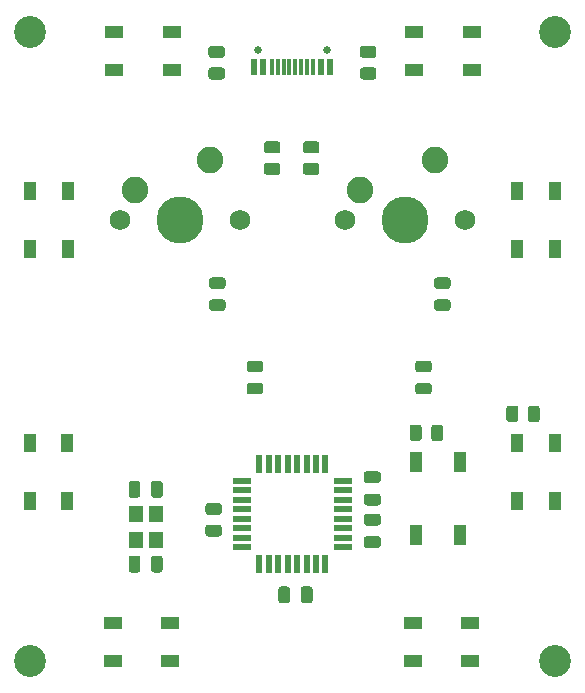
<source format=gbs>
G04 #@! TF.GenerationSoftware,KiCad,Pcbnew,(5.1.10)-1*
G04 #@! TF.CreationDate,2021-06-04T13:57:15+02:00*
G04 #@! TF.ProjectId,Keyboard,4b657962-6f61-4726-942e-6b696361645f,rev?*
G04 #@! TF.SameCoordinates,Original*
G04 #@! TF.FileFunction,Soldermask,Bot*
G04 #@! TF.FilePolarity,Negative*
%FSLAX46Y46*%
G04 Gerber Fmt 4.6, Leading zero omitted, Abs format (unit mm)*
G04 Created by KiCad (PCBNEW (5.1.10)-1) date 2021-06-04 13:57:15*
%MOMM*%
%LPD*%
G01*
G04 APERTURE LIST*
%ADD10R,0.550000X1.600000*%
%ADD11R,1.600000X0.550000*%
%ADD12C,2.250000*%
%ADD13C,3.987800*%
%ADD14C,1.750000*%
%ADD15R,1.200000X1.400000*%
%ADD16R,0.600000X1.450000*%
%ADD17R,0.300000X1.450000*%
%ADD18C,0.650000*%
%ADD19R,1.100000X1.800000*%
%ADD20C,2.700000*%
%ADD21R,1.000000X1.500000*%
%ADD22R,1.500000X1.000000*%
G04 APERTURE END LIST*
D10*
X93287500Y-86292000D03*
X92487500Y-86292000D03*
X91687500Y-86292000D03*
X90887500Y-86292000D03*
X90087500Y-86292000D03*
X89287500Y-86292000D03*
X88487500Y-86292000D03*
X87687500Y-86292000D03*
D11*
X86237500Y-84842000D03*
X86237500Y-84042000D03*
X86237500Y-83242000D03*
X86237500Y-82442000D03*
X86237500Y-81642000D03*
X86237500Y-80842000D03*
X86237500Y-80042000D03*
X86237500Y-79242000D03*
D10*
X87687500Y-77792000D03*
X88487500Y-77792000D03*
X89287500Y-77792000D03*
X90087500Y-77792000D03*
X90887500Y-77792000D03*
X91687500Y-77792000D03*
X92487500Y-77792000D03*
X93287500Y-77792000D03*
D11*
X94737500Y-79242000D03*
X94737500Y-80042000D03*
X94737500Y-80842000D03*
X94737500Y-81642000D03*
X94737500Y-82442000D03*
X94737500Y-83242000D03*
X94737500Y-84042000D03*
X94737500Y-84842000D03*
D12*
X83502500Y-52070000D03*
D13*
X80962500Y-57150000D03*
D12*
X77152500Y-54610000D03*
D14*
X75882500Y-57150000D03*
X86042500Y-57150000D03*
D15*
X78916000Y-84232750D03*
X78916000Y-82032750D03*
X77216000Y-82032750D03*
X77216000Y-84232750D03*
D16*
X93712500Y-44207500D03*
X87262500Y-44207500D03*
X92937500Y-44207500D03*
X88037500Y-44207500D03*
D17*
X88737500Y-44207500D03*
X92237500Y-44207500D03*
X89237500Y-44207500D03*
X91737500Y-44207500D03*
X89737500Y-44207500D03*
X91237500Y-44207500D03*
X90737500Y-44207500D03*
X90237500Y-44207500D03*
D18*
X93377500Y-42762500D03*
X87597500Y-42762500D03*
G36*
G01*
X97731600Y-83029600D02*
X96781600Y-83029600D01*
G75*
G02*
X96531600Y-82779600I0J250000D01*
G01*
X96531600Y-82279600D01*
G75*
G02*
X96781600Y-82029600I250000J0D01*
G01*
X97731600Y-82029600D01*
G75*
G02*
X97981600Y-82279600I0J-250000D01*
G01*
X97981600Y-82779600D01*
G75*
G02*
X97731600Y-83029600I-250000J0D01*
G01*
G37*
G36*
G01*
X97731600Y-84929600D02*
X96781600Y-84929600D01*
G75*
G02*
X96531600Y-84679600I0J250000D01*
G01*
X96531600Y-84179600D01*
G75*
G02*
X96781600Y-83929600I250000J0D01*
G01*
X97731600Y-83929600D01*
G75*
G02*
X97981600Y-84179600I0J-250000D01*
G01*
X97981600Y-84679600D01*
G75*
G02*
X97731600Y-84929600I-250000J0D01*
G01*
G37*
D19*
X100948000Y-83820000D03*
X104648000Y-77620000D03*
X104648000Y-83820000D03*
X100948000Y-77620000D03*
D12*
X102552500Y-52070000D03*
D13*
X100012500Y-57150000D03*
D12*
X96202500Y-54610000D03*
D14*
X94932500Y-57150000D03*
X105092500Y-57150000D03*
D20*
X112712500Y-94456250D03*
X112712500Y-41275000D03*
X68262500Y-94456250D03*
X68262500Y-41275000D03*
G36*
G01*
X102056250Y-70050000D02*
X101143750Y-70050000D01*
G75*
G02*
X100900000Y-69806250I0J243750D01*
G01*
X100900000Y-69318750D01*
G75*
G02*
X101143750Y-69075000I243750J0D01*
G01*
X102056250Y-69075000D01*
G75*
G02*
X102300000Y-69318750I0J-243750D01*
G01*
X102300000Y-69806250D01*
G75*
G02*
X102056250Y-70050000I-243750J0D01*
G01*
G37*
G36*
G01*
X102056250Y-71925000D02*
X101143750Y-71925000D01*
G75*
G02*
X100900000Y-71681250I0J243750D01*
G01*
X100900000Y-71193750D01*
G75*
G02*
X101143750Y-70950000I243750J0D01*
G01*
X102056250Y-70950000D01*
G75*
G02*
X102300000Y-71193750I0J-243750D01*
G01*
X102300000Y-71681250D01*
G75*
G02*
X102056250Y-71925000I-243750J0D01*
G01*
G37*
G36*
G01*
X103643750Y-62987500D02*
X102731250Y-62987500D01*
G75*
G02*
X102487500Y-62743750I0J243750D01*
G01*
X102487500Y-62256250D01*
G75*
G02*
X102731250Y-62012500I243750J0D01*
G01*
X103643750Y-62012500D01*
G75*
G02*
X103887500Y-62256250I0J-243750D01*
G01*
X103887500Y-62743750D01*
G75*
G02*
X103643750Y-62987500I-243750J0D01*
G01*
G37*
G36*
G01*
X103643750Y-64862500D02*
X102731250Y-64862500D01*
G75*
G02*
X102487500Y-64618750I0J243750D01*
G01*
X102487500Y-64131250D01*
G75*
G02*
X102731250Y-63887500I243750J0D01*
G01*
X103643750Y-63887500D01*
G75*
G02*
X103887500Y-64131250I0J-243750D01*
G01*
X103887500Y-64618750D01*
G75*
G02*
X103643750Y-64862500I-243750J0D01*
G01*
G37*
G36*
G01*
X87768750Y-70050000D02*
X86856250Y-70050000D01*
G75*
G02*
X86612500Y-69806250I0J243750D01*
G01*
X86612500Y-69318750D01*
G75*
G02*
X86856250Y-69075000I243750J0D01*
G01*
X87768750Y-69075000D01*
G75*
G02*
X88012500Y-69318750I0J-243750D01*
G01*
X88012500Y-69806250D01*
G75*
G02*
X87768750Y-70050000I-243750J0D01*
G01*
G37*
G36*
G01*
X87768750Y-71925000D02*
X86856250Y-71925000D01*
G75*
G02*
X86612500Y-71681250I0J243750D01*
G01*
X86612500Y-71193750D01*
G75*
G02*
X86856250Y-70950000I243750J0D01*
G01*
X87768750Y-70950000D01*
G75*
G02*
X88012500Y-71193750I0J-243750D01*
G01*
X88012500Y-71681250D01*
G75*
G02*
X87768750Y-71925000I-243750J0D01*
G01*
G37*
G36*
G01*
X84593750Y-62987500D02*
X83681250Y-62987500D01*
G75*
G02*
X83437500Y-62743750I0J243750D01*
G01*
X83437500Y-62256250D01*
G75*
G02*
X83681250Y-62012500I243750J0D01*
G01*
X84593750Y-62012500D01*
G75*
G02*
X84837500Y-62256250I0J-243750D01*
G01*
X84837500Y-62743750D01*
G75*
G02*
X84593750Y-62987500I-243750J0D01*
G01*
G37*
G36*
G01*
X84593750Y-64862500D02*
X83681250Y-64862500D01*
G75*
G02*
X83437500Y-64618750I0J243750D01*
G01*
X83437500Y-64131250D01*
G75*
G02*
X83681250Y-63887500I243750J0D01*
G01*
X84593750Y-63887500D01*
G75*
G02*
X84837500Y-64131250I0J-243750D01*
G01*
X84837500Y-64618750D01*
G75*
G02*
X84593750Y-64862500I-243750J0D01*
G01*
G37*
G36*
G01*
X108597000Y-74021102D02*
X108597000Y-73121098D01*
G75*
G02*
X108846998Y-72871100I249998J0D01*
G01*
X109372002Y-72871100D01*
G75*
G02*
X109622000Y-73121098I0J-249998D01*
G01*
X109622000Y-74021102D01*
G75*
G02*
X109372002Y-74271100I-249998J0D01*
G01*
X108846998Y-74271100D01*
G75*
G02*
X108597000Y-74021102I0J249998D01*
G01*
G37*
G36*
G01*
X110422000Y-74021102D02*
X110422000Y-73121098D01*
G75*
G02*
X110671998Y-72871100I249998J0D01*
G01*
X111197002Y-72871100D01*
G75*
G02*
X111447000Y-73121098I0J-249998D01*
G01*
X111447000Y-74021102D01*
G75*
G02*
X111197002Y-74271100I-249998J0D01*
G01*
X110671998Y-74271100D01*
G75*
G02*
X110422000Y-74021102I0J249998D01*
G01*
G37*
D21*
X112725000Y-59600000D03*
X109525000Y-59600000D03*
X112725000Y-54700000D03*
X109525000Y-54700000D03*
D22*
X105706250Y-41275000D03*
X105706250Y-44475000D03*
X100806250Y-41275000D03*
X100806250Y-44475000D03*
X80306250Y-41275000D03*
X80306250Y-44475000D03*
X75406250Y-41275000D03*
X75406250Y-44475000D03*
D21*
X68250000Y-54700000D03*
X71450000Y-54700000D03*
X68250000Y-59600000D03*
X71450000Y-59600000D03*
X68237500Y-76062500D03*
X71437500Y-76062500D03*
X68237500Y-80962500D03*
X71437500Y-80962500D03*
D22*
X75268750Y-94456250D03*
X75268750Y-91256250D03*
X80168750Y-94456250D03*
X80168750Y-91256250D03*
X100668750Y-94456250D03*
X100668750Y-91256250D03*
X105568750Y-94456250D03*
X105568750Y-91256250D03*
D21*
X112712500Y-80962500D03*
X109512500Y-80962500D03*
X112712500Y-76062500D03*
X109512500Y-76062500D03*
G36*
G01*
X92525002Y-51519500D02*
X91624998Y-51519500D01*
G75*
G02*
X91375000Y-51269502I0J249998D01*
G01*
X91375000Y-50744498D01*
G75*
G02*
X91624998Y-50494500I249998J0D01*
G01*
X92525002Y-50494500D01*
G75*
G02*
X92775000Y-50744498I0J-249998D01*
G01*
X92775000Y-51269502D01*
G75*
G02*
X92525002Y-51519500I-249998J0D01*
G01*
G37*
G36*
G01*
X92525002Y-53344500D02*
X91624998Y-53344500D01*
G75*
G02*
X91375000Y-53094502I0J249998D01*
G01*
X91375000Y-52569498D01*
G75*
G02*
X91624998Y-52319500I249998J0D01*
G01*
X92525002Y-52319500D01*
G75*
G02*
X92775000Y-52569498I0J-249998D01*
G01*
X92775000Y-53094502D01*
G75*
G02*
X92525002Y-53344500I-249998J0D01*
G01*
G37*
G36*
G01*
X89223002Y-51519500D02*
X88322998Y-51519500D01*
G75*
G02*
X88073000Y-51269502I0J249998D01*
G01*
X88073000Y-50744498D01*
G75*
G02*
X88322998Y-50494500I249998J0D01*
G01*
X89223002Y-50494500D01*
G75*
G02*
X89473000Y-50744498I0J-249998D01*
G01*
X89473000Y-51269502D01*
G75*
G02*
X89223002Y-51519500I-249998J0D01*
G01*
G37*
G36*
G01*
X89223002Y-53344500D02*
X88322998Y-53344500D01*
G75*
G02*
X88073000Y-53094502I0J249998D01*
G01*
X88073000Y-52569498D01*
G75*
G02*
X88322998Y-52319500I249998J0D01*
G01*
X89223002Y-52319500D01*
G75*
G02*
X89473000Y-52569498I0J-249998D01*
G01*
X89473000Y-53094502D01*
G75*
G02*
X89223002Y-53344500I-249998J0D01*
G01*
G37*
G36*
G01*
X83369998Y-82939200D02*
X84270002Y-82939200D01*
G75*
G02*
X84520000Y-83189198I0J-249998D01*
G01*
X84520000Y-83714202D01*
G75*
G02*
X84270002Y-83964200I-249998J0D01*
G01*
X83369998Y-83964200D01*
G75*
G02*
X83120000Y-83714202I0J249998D01*
G01*
X83120000Y-83189198D01*
G75*
G02*
X83369998Y-82939200I249998J0D01*
G01*
G37*
G36*
G01*
X83369998Y-81114200D02*
X84270002Y-81114200D01*
G75*
G02*
X84520000Y-81364198I0J-249998D01*
G01*
X84520000Y-81889202D01*
G75*
G02*
X84270002Y-82139200I-249998J0D01*
G01*
X83369998Y-82139200D01*
G75*
G02*
X83120000Y-81889202I0J249998D01*
G01*
X83120000Y-81364198D01*
G75*
G02*
X83369998Y-81114200I249998J0D01*
G01*
G37*
G36*
G01*
X84524002Y-43438500D02*
X83623998Y-43438500D01*
G75*
G02*
X83374000Y-43188502I0J249998D01*
G01*
X83374000Y-42663498D01*
G75*
G02*
X83623998Y-42413500I249998J0D01*
G01*
X84524002Y-42413500D01*
G75*
G02*
X84774000Y-42663498I0J-249998D01*
G01*
X84774000Y-43188502D01*
G75*
G02*
X84524002Y-43438500I-249998J0D01*
G01*
G37*
G36*
G01*
X84524002Y-45263500D02*
X83623998Y-45263500D01*
G75*
G02*
X83374000Y-45013502I0J249998D01*
G01*
X83374000Y-44488498D01*
G75*
G02*
X83623998Y-44238500I249998J0D01*
G01*
X84524002Y-44238500D01*
G75*
G02*
X84774000Y-44488498I0J-249998D01*
G01*
X84774000Y-45013502D01*
G75*
G02*
X84524002Y-45263500I-249998J0D01*
G01*
G37*
G36*
G01*
X97351002Y-43438500D02*
X96450998Y-43438500D01*
G75*
G02*
X96201000Y-43188502I0J249998D01*
G01*
X96201000Y-42663498D01*
G75*
G02*
X96450998Y-42413500I249998J0D01*
G01*
X97351002Y-42413500D01*
G75*
G02*
X97601000Y-42663498I0J-249998D01*
G01*
X97601000Y-43188502D01*
G75*
G02*
X97351002Y-43438500I-249998J0D01*
G01*
G37*
G36*
G01*
X97351002Y-45263500D02*
X96450998Y-45263500D01*
G75*
G02*
X96201000Y-45013502I0J249998D01*
G01*
X96201000Y-44488498D01*
G75*
G02*
X96450998Y-44238500I249998J0D01*
G01*
X97351002Y-44238500D01*
G75*
G02*
X97601000Y-44488498I0J-249998D01*
G01*
X97601000Y-45013502D01*
G75*
G02*
X97351002Y-45263500I-249998J0D01*
G01*
G37*
G36*
G01*
X102230500Y-75634002D02*
X102230500Y-74733998D01*
G75*
G02*
X102480498Y-74484000I249998J0D01*
G01*
X103005502Y-74484000D01*
G75*
G02*
X103255500Y-74733998I0J-249998D01*
G01*
X103255500Y-75634002D01*
G75*
G02*
X103005502Y-75884000I-249998J0D01*
G01*
X102480498Y-75884000D01*
G75*
G02*
X102230500Y-75634002I0J249998D01*
G01*
G37*
G36*
G01*
X100405500Y-75634002D02*
X100405500Y-74733998D01*
G75*
G02*
X100655498Y-74484000I249998J0D01*
G01*
X101180502Y-74484000D01*
G75*
G02*
X101430500Y-74733998I0J-249998D01*
G01*
X101430500Y-75634002D01*
G75*
G02*
X101180502Y-75884000I-249998J0D01*
G01*
X100655498Y-75884000D01*
G75*
G02*
X100405500Y-75634002I0J249998D01*
G01*
G37*
G36*
G01*
X91194000Y-89375000D02*
X91194000Y-88425000D01*
G75*
G02*
X91444000Y-88175000I250000J0D01*
G01*
X91944000Y-88175000D01*
G75*
G02*
X92194000Y-88425000I0J-250000D01*
G01*
X92194000Y-89375000D01*
G75*
G02*
X91944000Y-89625000I-250000J0D01*
G01*
X91444000Y-89625000D01*
G75*
G02*
X91194000Y-89375000I0J250000D01*
G01*
G37*
G36*
G01*
X89294000Y-89375000D02*
X89294000Y-88425000D01*
G75*
G02*
X89544000Y-88175000I250000J0D01*
G01*
X90044000Y-88175000D01*
G75*
G02*
X90294000Y-88425000I0J-250000D01*
G01*
X90294000Y-89375000D01*
G75*
G02*
X90044000Y-89625000I-250000J0D01*
G01*
X89544000Y-89625000D01*
G75*
G02*
X89294000Y-89375000I0J250000D01*
G01*
G37*
G36*
G01*
X77614400Y-79490550D02*
X77614400Y-80440550D01*
G75*
G02*
X77364400Y-80690550I-250000J0D01*
G01*
X76864400Y-80690550D01*
G75*
G02*
X76614400Y-80440550I0J250000D01*
G01*
X76614400Y-79490550D01*
G75*
G02*
X76864400Y-79240550I250000J0D01*
G01*
X77364400Y-79240550D01*
G75*
G02*
X77614400Y-79490550I0J-250000D01*
G01*
G37*
G36*
G01*
X79514400Y-79490550D02*
X79514400Y-80440550D01*
G75*
G02*
X79264400Y-80690550I-250000J0D01*
G01*
X78764400Y-80690550D01*
G75*
G02*
X78514400Y-80440550I0J250000D01*
G01*
X78514400Y-79490550D01*
G75*
G02*
X78764400Y-79240550I250000J0D01*
G01*
X79264400Y-79240550D01*
G75*
G02*
X79514400Y-79490550I0J-250000D01*
G01*
G37*
G36*
G01*
X78514400Y-86765150D02*
X78514400Y-85815150D01*
G75*
G02*
X78764400Y-85565150I250000J0D01*
G01*
X79264400Y-85565150D01*
G75*
G02*
X79514400Y-85815150I0J-250000D01*
G01*
X79514400Y-86765150D01*
G75*
G02*
X79264400Y-87015150I-250000J0D01*
G01*
X78764400Y-87015150D01*
G75*
G02*
X78514400Y-86765150I0J250000D01*
G01*
G37*
G36*
G01*
X76614400Y-86765150D02*
X76614400Y-85815150D01*
G75*
G02*
X76864400Y-85565150I250000J0D01*
G01*
X77364400Y-85565150D01*
G75*
G02*
X77614400Y-85815150I0J-250000D01*
G01*
X77614400Y-86765150D01*
G75*
G02*
X77364400Y-87015150I-250000J0D01*
G01*
X76864400Y-87015150D01*
G75*
G02*
X76614400Y-86765150I0J250000D01*
G01*
G37*
G36*
G01*
X96781600Y-80335500D02*
X97731600Y-80335500D01*
G75*
G02*
X97981600Y-80585500I0J-250000D01*
G01*
X97981600Y-81085500D01*
G75*
G02*
X97731600Y-81335500I-250000J0D01*
G01*
X96781600Y-81335500D01*
G75*
G02*
X96531600Y-81085500I0J250000D01*
G01*
X96531600Y-80585500D01*
G75*
G02*
X96781600Y-80335500I250000J0D01*
G01*
G37*
G36*
G01*
X96781600Y-78435500D02*
X97731600Y-78435500D01*
G75*
G02*
X97981600Y-78685500I0J-250000D01*
G01*
X97981600Y-79185500D01*
G75*
G02*
X97731600Y-79435500I-250000J0D01*
G01*
X96781600Y-79435500D01*
G75*
G02*
X96531600Y-79185500I0J250000D01*
G01*
X96531600Y-78685500D01*
G75*
G02*
X96781600Y-78435500I250000J0D01*
G01*
G37*
M02*

</source>
